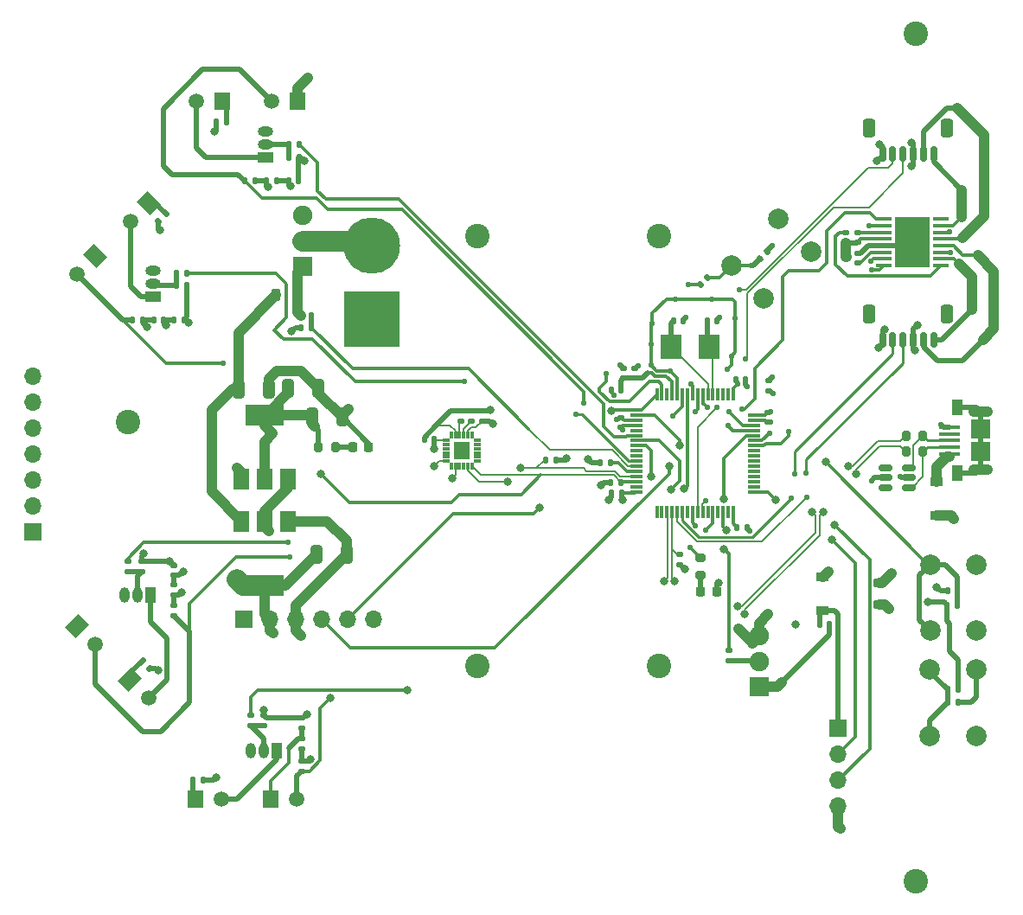
<source format=gtl>
G04 #@! TF.GenerationSoftware,KiCad,Pcbnew,7.0.1*
G04 #@! TF.CreationDate,2023-06-08T13:00:15-05:00*
G04 #@! TF.ProjectId,Micromouse-kicad,4d696372-6f6d-46f7-9573-652d6b696361,rev?*
G04 #@! TF.SameCoordinates,Original*
G04 #@! TF.FileFunction,Copper,L1,Top*
G04 #@! TF.FilePolarity,Positive*
%FSLAX46Y46*%
G04 Gerber Fmt 4.6, Leading zero omitted, Abs format (unit mm)*
G04 Created by KiCad (PCBNEW 7.0.1) date 2023-06-08 13:00:15*
%MOMM*%
%LPD*%
G01*
G04 APERTURE LIST*
G04 Aperture macros list*
%AMRoundRect*
0 Rectangle with rounded corners*
0 $1 Rounding radius*
0 $2 $3 $4 $5 $6 $7 $8 $9 X,Y pos of 4 corners*
0 Add a 4 corners polygon primitive as box body*
4,1,4,$2,$3,$4,$5,$6,$7,$8,$9,$2,$3,0*
0 Add four circle primitives for the rounded corners*
1,1,$1+$1,$2,$3*
1,1,$1+$1,$4,$5*
1,1,$1+$1,$6,$7*
1,1,$1+$1,$8,$9*
0 Add four rect primitives between the rounded corners*
20,1,$1+$1,$2,$3,$4,$5,0*
20,1,$1+$1,$4,$5,$6,$7,0*
20,1,$1+$1,$6,$7,$8,$9,0*
20,1,$1+$1,$8,$9,$2,$3,0*%
%AMRotRect*
0 Rectangle, with rotation*
0 The origin of the aperture is its center*
0 $1 length*
0 $2 width*
0 $3 Rotation angle, in degrees counterclockwise*
0 Add horizontal line*
21,1,$1,$2,0,0,$3*%
G04 Aperture macros list end*
G04 #@! TA.AperFunction,ComponentPad*
%ADD10C,2.400000*%
G04 #@! TD*
G04 #@! TA.AperFunction,SMDPad,CuDef*
%ADD11RoundRect,0.150000X-0.150000X-0.625000X0.150000X-0.625000X0.150000X0.625000X-0.150000X0.625000X0*%
G04 #@! TD*
G04 #@! TA.AperFunction,SMDPad,CuDef*
%ADD12RoundRect,0.250000X-0.350000X-0.650000X0.350000X-0.650000X0.350000X0.650000X-0.350000X0.650000X0*%
G04 #@! TD*
G04 #@! TA.AperFunction,SMDPad,CuDef*
%ADD13RoundRect,0.135000X0.035355X-0.226274X0.226274X-0.035355X-0.035355X0.226274X-0.226274X0.035355X0*%
G04 #@! TD*
G04 #@! TA.AperFunction,ComponentPad*
%ADD14C,2.000000*%
G04 #@! TD*
G04 #@! TA.AperFunction,SMDPad,CuDef*
%ADD15RoundRect,0.135000X0.135000X0.185000X-0.135000X0.185000X-0.135000X-0.185000X0.135000X-0.185000X0*%
G04 #@! TD*
G04 #@! TA.AperFunction,SMDPad,CuDef*
%ADD16RoundRect,0.140000X0.140000X0.170000X-0.140000X0.170000X-0.140000X-0.170000X0.140000X-0.170000X0*%
G04 #@! TD*
G04 #@! TA.AperFunction,SMDPad,CuDef*
%ADD17RoundRect,0.140000X-0.140000X-0.170000X0.140000X-0.170000X0.140000X0.170000X-0.140000X0.170000X0*%
G04 #@! TD*
G04 #@! TA.AperFunction,SMDPad,CuDef*
%ADD18R,1.500000X2.000000*%
G04 #@! TD*
G04 #@! TA.AperFunction,SMDPad,CuDef*
%ADD19R,3.800000X2.000000*%
G04 #@! TD*
G04 #@! TA.AperFunction,ComponentPad*
%ADD20R,1.000000X1.500000*%
G04 #@! TD*
G04 #@! TA.AperFunction,ComponentPad*
%ADD21O,1.000000X1.500000*%
G04 #@! TD*
G04 #@! TA.AperFunction,SMDPad,CuDef*
%ADD22RoundRect,0.135000X0.185000X-0.135000X0.185000X0.135000X-0.185000X0.135000X-0.185000X-0.135000X0*%
G04 #@! TD*
G04 #@! TA.AperFunction,SMDPad,CuDef*
%ADD23RoundRect,0.140000X0.170000X-0.140000X0.170000X0.140000X-0.170000X0.140000X-0.170000X-0.140000X0*%
G04 #@! TD*
G04 #@! TA.AperFunction,SMDPad,CuDef*
%ADD24RoundRect,0.135000X-0.135000X-0.185000X0.135000X-0.185000X0.135000X0.185000X-0.135000X0.185000X0*%
G04 #@! TD*
G04 #@! TA.AperFunction,SMDPad,CuDef*
%ADD25RoundRect,0.218750X0.218750X0.256250X-0.218750X0.256250X-0.218750X-0.256250X0.218750X-0.256250X0*%
G04 #@! TD*
G04 #@! TA.AperFunction,SMDPad,CuDef*
%ADD26R,1.540000X1.700000*%
G04 #@! TD*
G04 #@! TA.AperFunction,SMDPad,CuDef*
%ADD27RoundRect,0.006600X-0.103400X0.313400X-0.103400X-0.313400X0.103400X-0.313400X0.103400X0.313400X0*%
G04 #@! TD*
G04 #@! TA.AperFunction,SMDPad,CuDef*
%ADD28RoundRect,0.006600X0.313400X0.103400X-0.313400X0.103400X-0.313400X-0.103400X0.313400X-0.103400X0*%
G04 #@! TD*
G04 #@! TA.AperFunction,SMDPad,CuDef*
%ADD29R,1.000000X1.500000*%
G04 #@! TD*
G04 #@! TA.AperFunction,ComponentPad*
%ADD30O,2.400000X1.100000*%
G04 #@! TD*
G04 #@! TA.AperFunction,SMDPad,CuDef*
%ADD31R,1.900000X1.900000*%
G04 #@! TD*
G04 #@! TA.AperFunction,SMDPad,CuDef*
%ADD32R,2.100000X0.400000*%
G04 #@! TD*
G04 #@! TA.AperFunction,SMDPad,CuDef*
%ADD33RoundRect,0.200000X0.200000X0.275000X-0.200000X0.275000X-0.200000X-0.275000X0.200000X-0.275000X0*%
G04 #@! TD*
G04 #@! TA.AperFunction,SMDPad,CuDef*
%ADD34R,1.600000X0.300000*%
G04 #@! TD*
G04 #@! TA.AperFunction,ComponentPad*
%ADD35C,0.380000*%
G04 #@! TD*
G04 #@! TA.AperFunction,SMDPad,CuDef*
%ADD36R,2.460000X2.310000*%
G04 #@! TD*
G04 #@! TA.AperFunction,SMDPad,CuDef*
%ADD37R,3.400000X5.000000*%
G04 #@! TD*
G04 #@! TA.AperFunction,SMDPad,CuDef*
%ADD38RoundRect,0.147500X-0.147500X-0.172500X0.147500X-0.172500X0.147500X0.172500X-0.147500X0.172500X0*%
G04 #@! TD*
G04 #@! TA.AperFunction,SMDPad,CuDef*
%ADD39RoundRect,0.135000X-0.185000X0.135000X-0.185000X-0.135000X0.185000X-0.135000X0.185000X0.135000X0*%
G04 #@! TD*
G04 #@! TA.AperFunction,ComponentPad*
%ADD40R,1.500000X1.000000*%
G04 #@! TD*
G04 #@! TA.AperFunction,ComponentPad*
%ADD41O,1.500000X1.000000*%
G04 #@! TD*
G04 #@! TA.AperFunction,SMDPad,CuDef*
%ADD42RoundRect,0.135000X-0.226274X-0.035355X-0.035355X-0.226274X0.226274X0.035355X0.035355X0.226274X0*%
G04 #@! TD*
G04 #@! TA.AperFunction,ComponentPad*
%ADD43R,1.500000X1.800000*%
G04 #@! TD*
G04 #@! TA.AperFunction,ComponentPad*
%ADD44C,1.500000*%
G04 #@! TD*
G04 #@! TA.AperFunction,ComponentPad*
%ADD45R,5.516000X5.516000*%
G04 #@! TD*
G04 #@! TA.AperFunction,ComponentPad*
%ADD46C,5.516000*%
G04 #@! TD*
G04 #@! TA.AperFunction,SMDPad,CuDef*
%ADD47RoundRect,0.250000X-0.325000X-0.650000X0.325000X-0.650000X0.325000X0.650000X-0.325000X0.650000X0*%
G04 #@! TD*
G04 #@! TA.AperFunction,ComponentPad*
%ADD48R,1.900000X1.900000*%
G04 #@! TD*
G04 #@! TA.AperFunction,ComponentPad*
%ADD49C,1.900000*%
G04 #@! TD*
G04 #@! TA.AperFunction,SMDPad,CuDef*
%ADD50RoundRect,0.218750X0.218750X0.381250X-0.218750X0.381250X-0.218750X-0.381250X0.218750X-0.381250X0*%
G04 #@! TD*
G04 #@! TA.AperFunction,SMDPad,CuDef*
%ADD51R,2.000000X2.400000*%
G04 #@! TD*
G04 #@! TA.AperFunction,SMDPad,CuDef*
%ADD52RoundRect,0.140000X0.021213X-0.219203X0.219203X-0.021213X-0.021213X0.219203X-0.219203X0.021213X0*%
G04 #@! TD*
G04 #@! TA.AperFunction,ComponentPad*
%ADD53R,1.700000X1.700000*%
G04 #@! TD*
G04 #@! TA.AperFunction,ComponentPad*
%ADD54O,1.700000X1.700000*%
G04 #@! TD*
G04 #@! TA.AperFunction,SMDPad,CuDef*
%ADD55RoundRect,0.218750X0.381250X-0.218750X0.381250X0.218750X-0.381250X0.218750X-0.381250X-0.218750X0*%
G04 #@! TD*
G04 #@! TA.AperFunction,SMDPad,CuDef*
%ADD56RoundRect,0.140000X-0.170000X0.140000X-0.170000X-0.140000X0.170000X-0.140000X0.170000X0.140000X0*%
G04 #@! TD*
G04 #@! TA.AperFunction,ComponentPad*
%ADD57RotRect,1.500000X1.800000X225.000000*%
G04 #@! TD*
G04 #@! TA.AperFunction,SMDPad,CuDef*
%ADD58RoundRect,0.150000X0.512500X0.150000X-0.512500X0.150000X-0.512500X-0.150000X0.512500X-0.150000X0*%
G04 #@! TD*
G04 #@! TA.AperFunction,SMDPad,CuDef*
%ADD59RoundRect,0.200000X-0.275000X0.200000X-0.275000X-0.200000X0.275000X-0.200000X0.275000X0.200000X0*%
G04 #@! TD*
G04 #@! TA.AperFunction,SMDPad,CuDef*
%ADD60R,1.200000X0.900000*%
G04 #@! TD*
G04 #@! TA.AperFunction,SMDPad,CuDef*
%ADD61R,1.200000X0.300000*%
G04 #@! TD*
G04 #@! TA.AperFunction,SMDPad,CuDef*
%ADD62R,0.300000X1.200000*%
G04 #@! TD*
G04 #@! TA.AperFunction,SMDPad,CuDef*
%ADD63RoundRect,0.200000X-0.200000X-0.275000X0.200000X-0.275000X0.200000X0.275000X-0.200000X0.275000X0*%
G04 #@! TD*
G04 #@! TA.AperFunction,ComponentPad*
%ADD64RotRect,1.500000X1.800000X315.000000*%
G04 #@! TD*
G04 #@! TA.AperFunction,SMDPad,CuDef*
%ADD65RoundRect,0.135000X-0.035355X0.226274X-0.226274X0.035355X0.035355X-0.226274X0.226274X-0.035355X0*%
G04 #@! TD*
G04 #@! TA.AperFunction,ViaPad*
%ADD66C,0.800000*%
G04 #@! TD*
G04 #@! TA.AperFunction,ViaPad*
%ADD67C,0.550000*%
G04 #@! TD*
G04 #@! TA.AperFunction,Conductor*
%ADD68C,0.300000*%
G04 #@! TD*
G04 #@! TA.AperFunction,Conductor*
%ADD69C,0.500000*%
G04 #@! TD*
G04 #@! TA.AperFunction,Conductor*
%ADD70C,0.261112*%
G04 #@! TD*
G04 #@! TA.AperFunction,Conductor*
%ADD71C,0.150000*%
G04 #@! TD*
G04 #@! TA.AperFunction,Conductor*
%ADD72C,0.200000*%
G04 #@! TD*
G04 #@! TA.AperFunction,Conductor*
%ADD73C,2.000000*%
G04 #@! TD*
G04 #@! TA.AperFunction,Conductor*
%ADD74C,1.000000*%
G04 #@! TD*
G04 #@! TA.AperFunction,Conductor*
%ADD75C,0.250000*%
G04 #@! TD*
G04 APERTURE END LIST*
D10*
X109575600Y-99822000D03*
X186690000Y-61772800D03*
X186690000Y-144729200D03*
D11*
X183453400Y-73537200D03*
X184453400Y-73537200D03*
X185453400Y-73537200D03*
X186453400Y-73537200D03*
X187453400Y-73537200D03*
X188453400Y-73537200D03*
D12*
X189753400Y-71012200D03*
X182153400Y-71012200D03*
D11*
X183453400Y-91774400D03*
X184453400Y-91774400D03*
X185453400Y-91774400D03*
X186453400Y-91774400D03*
X187453400Y-91774400D03*
X188453400Y-91774400D03*
D12*
X189753400Y-89249400D03*
X182153400Y-89249400D03*
D13*
X165589376Y-86360624D03*
X166310624Y-85639376D03*
D14*
X188148400Y-120242400D03*
X188148400Y-113742400D03*
X192648400Y-120242400D03*
X192648400Y-113742400D03*
D15*
X121986000Y-76156000D03*
X120966000Y-76156000D03*
D16*
X190776800Y-116332000D03*
X189816800Y-116332000D03*
X124115000Y-76156000D03*
X123155000Y-76156000D03*
D17*
X177320000Y-119634000D03*
X178280000Y-119634000D03*
D18*
X120636000Y-105385000D03*
X122936000Y-105385000D03*
D19*
X122936000Y-99085000D03*
D18*
X125236000Y-105385000D03*
D20*
X111770236Y-116733164D03*
D21*
X110500236Y-116733164D03*
X109230236Y-116733164D03*
D22*
X163601400Y-113743200D03*
X163601400Y-112723200D03*
D23*
X159207200Y-95526800D03*
X159207200Y-94566800D03*
D24*
X150493000Y-103505000D03*
X151513000Y-103505000D03*
D17*
X138585000Y-101473000D03*
X139545000Y-101473000D03*
X169093000Y-95631000D03*
X170053000Y-95631000D03*
D15*
X115362000Y-86393000D03*
X114342000Y-86393000D03*
D25*
X133121500Y-102235000D03*
X131546500Y-102235000D03*
D26*
X142240000Y-102616000D03*
D27*
X143240000Y-104161000D03*
X142840000Y-104161000D03*
X142440000Y-104161000D03*
X142040000Y-104161000D03*
X141640000Y-104161000D03*
X141240000Y-104161000D03*
D28*
X140695000Y-103616000D03*
X140695000Y-103216000D03*
X140695000Y-102816000D03*
X140695000Y-102416000D03*
X140695000Y-102016000D03*
X140695000Y-101616000D03*
D27*
X141240000Y-101071000D03*
X141640000Y-101071000D03*
X142040000Y-101071000D03*
X142440000Y-101071000D03*
X142840000Y-101071000D03*
X143240000Y-101071000D03*
D28*
X143785000Y-101616000D03*
X143785000Y-102016000D03*
X143785000Y-102416000D03*
X143785000Y-102816000D03*
X143785000Y-103216000D03*
X143785000Y-103616000D03*
D29*
X190791000Y-98400000D03*
D30*
X193041000Y-98775000D03*
D31*
X193041000Y-100500000D03*
X193041000Y-102700000D03*
D30*
X193041000Y-104425000D03*
D29*
X190791000Y-104800000D03*
D32*
X189991000Y-100300000D03*
X189991000Y-100950000D03*
X189991000Y-101600000D03*
X189991000Y-102250000D03*
X189991000Y-102900000D03*
D23*
X181000400Y-84249200D03*
X181000400Y-83289200D03*
D33*
X187413400Y-102717600D03*
X185763400Y-102717600D03*
D34*
X189140400Y-84489600D03*
X189140400Y-83839600D03*
X189140400Y-83189600D03*
X189140400Y-82539600D03*
X189140400Y-81889600D03*
X189140400Y-81239600D03*
X189140400Y-80589600D03*
X189140400Y-79939600D03*
X183540400Y-79939600D03*
X183540400Y-80589600D03*
X183540400Y-81239600D03*
X183540400Y-81889600D03*
X183540400Y-82539600D03*
X183540400Y-83189600D03*
X183540400Y-83839600D03*
X183540400Y-84489600D03*
D35*
X185590400Y-83714600D03*
X187090400Y-83714600D03*
X185590400Y-82214600D03*
D36*
X186340400Y-82214600D03*
D37*
X186340400Y-82214600D03*
D35*
X187090400Y-82214600D03*
X185590400Y-80714600D03*
X187090400Y-80714600D03*
D38*
X156868000Y-96647000D03*
X157838000Y-96647000D03*
D23*
X158115000Y-95504000D03*
X158115000Y-94544000D03*
D39*
X109585836Y-113429164D03*
X109585836Y-114449164D03*
D40*
X123000000Y-73870000D03*
D41*
X123000000Y-72600000D03*
X123000000Y-71330000D03*
D23*
X172339000Y-96718000D03*
X172339000Y-95758000D03*
D42*
X110989376Y-123189376D03*
X111710624Y-123910624D03*
D43*
X116210900Y-136754900D03*
D44*
X118750900Y-136754900D03*
D43*
X123576900Y-136754900D03*
D44*
X126116900Y-136754900D03*
D23*
X126549500Y-129760000D03*
X126549500Y-128800000D03*
D40*
X112052000Y-87536000D03*
D41*
X112052000Y-86266000D03*
X112052000Y-84996000D03*
D45*
X133477000Y-89749500D03*
D46*
X133477000Y-82549500D03*
D17*
X125314000Y-76156000D03*
X126274000Y-76156000D03*
D47*
X127606000Y-99314000D03*
X130556000Y-99314000D03*
D48*
X171348400Y-125722400D03*
D49*
X171348400Y-123222400D03*
X171348400Y-120722400D03*
D22*
X143205200Y-99722400D03*
X143205200Y-98702400D03*
D15*
X156821600Y-103784400D03*
X155801600Y-103784400D03*
X126304000Y-73870000D03*
X125284000Y-73870000D03*
D39*
X114056236Y-117739164D03*
X114056236Y-118759164D03*
D50*
X126162500Y-87400000D03*
X124037500Y-87400000D03*
D33*
X187413400Y-101142800D03*
X185763400Y-101142800D03*
D16*
X113050000Y-89822000D03*
X112090000Y-89822000D03*
D51*
X166442000Y-92456000D03*
X162742000Y-92456000D03*
D10*
X143774000Y-123661000D03*
X161534000Y-123661000D03*
D39*
X122866500Y-128516000D03*
X122866500Y-129536000D03*
D52*
X171460589Y-83789411D03*
X172139411Y-83110589D03*
D53*
X120929000Y-119101000D03*
D54*
X123469000Y-119101000D03*
X126009000Y-119101000D03*
X128549000Y-119101000D03*
X131089000Y-119101000D03*
X133629000Y-119101000D03*
D15*
X190857600Y-125984000D03*
X189837600Y-125984000D03*
D55*
X183134000Y-117648500D03*
X183134000Y-115523500D03*
D23*
X114056236Y-114784164D03*
X114056236Y-113824164D03*
D17*
X189867600Y-127203200D03*
X190827600Y-127203200D03*
D25*
X167208300Y-116433600D03*
X165633300Y-116433600D03*
D15*
X115360000Y-85250000D03*
X114340000Y-85250000D03*
D47*
X125271000Y-96520000D03*
X128221000Y-96520000D03*
D56*
X126549500Y-130832000D03*
X126549500Y-131792000D03*
D18*
X125236000Y-109499000D03*
X122936000Y-109499000D03*
D19*
X122936000Y-115799000D03*
D18*
X120636000Y-109499000D03*
D57*
X111599199Y-78345975D03*
D44*
X109803148Y-80142026D03*
D57*
X106390651Y-83554523D03*
D44*
X104594600Y-85350575D03*
D54*
X100279200Y-95326200D03*
X100279200Y-97866200D03*
X100279200Y-100406200D03*
X100279200Y-102946200D03*
X100279200Y-105486200D03*
X100279200Y-108026200D03*
D53*
X100279200Y-110566200D03*
D14*
X188097600Y-130504000D03*
X188097600Y-124004000D03*
X192597600Y-130504000D03*
X192597600Y-124004000D03*
D17*
X114094000Y-89822000D03*
X115054000Y-89822000D03*
X169220000Y-110109000D03*
X170180000Y-110109000D03*
D24*
X189786800Y-117754400D03*
X190806800Y-117754400D03*
D58*
X186049500Y-106207600D03*
X186049500Y-105257600D03*
X186049500Y-104307600D03*
X183774500Y-104307600D03*
X183774500Y-105257600D03*
X183774500Y-106207600D03*
D59*
X165633400Y-113119400D03*
X165633400Y-114769400D03*
D15*
X157837600Y-105714800D03*
X156817600Y-105714800D03*
D23*
X142138400Y-99692400D03*
X142138400Y-98732400D03*
X181000400Y-82217200D03*
X181000400Y-81257200D03*
D16*
X157886400Y-106781600D03*
X156926400Y-106781600D03*
D15*
X111046000Y-89822000D03*
X110026000Y-89822000D03*
D39*
X168402000Y-122121200D03*
X168402000Y-123141200D03*
D60*
X188722000Y-108965000D03*
X188722000Y-105665000D03*
D15*
X126304000Y-72600000D03*
X125284000Y-72600000D03*
D56*
X114056236Y-115739164D03*
X114056236Y-116699164D03*
D15*
X127508000Y-89408000D03*
X126488000Y-89408000D03*
D24*
X126490000Y-90551000D03*
X127510000Y-90551000D03*
D48*
X126695200Y-84574400D03*
D49*
X126695200Y-82074400D03*
X126695200Y-79574400D03*
D61*
X170850000Y-99120000D03*
X170850000Y-99620000D03*
X170850000Y-100120000D03*
X170850000Y-100620000D03*
X170850000Y-101120000D03*
X170850000Y-101620000D03*
X170850000Y-102120000D03*
X170850000Y-102620000D03*
X170850000Y-103120000D03*
X170850000Y-103620000D03*
X170850000Y-104120000D03*
X170850000Y-104620000D03*
X170850000Y-105120000D03*
X170850000Y-105620000D03*
X170850000Y-106120000D03*
X170850000Y-106620000D03*
D62*
X168850000Y-108620000D03*
X168350000Y-108620000D03*
X167850000Y-108620000D03*
X167350000Y-108620000D03*
X166850000Y-108620000D03*
X166350000Y-108620000D03*
X165850000Y-108620000D03*
X165350000Y-108620000D03*
X164850000Y-108620000D03*
X164350000Y-108620000D03*
X163850000Y-108620000D03*
X163350000Y-108620000D03*
X162850000Y-108620000D03*
X162350000Y-108620000D03*
X161850000Y-108620000D03*
X161350000Y-108620000D03*
D61*
X159350000Y-106620000D03*
X159350000Y-106120000D03*
X159350000Y-105620000D03*
X159350000Y-105120000D03*
X159350000Y-104620000D03*
X159350000Y-104120000D03*
X159350000Y-103620000D03*
X159350000Y-103120000D03*
X159350000Y-102620000D03*
X159350000Y-102120000D03*
X159350000Y-101620000D03*
X159350000Y-101120000D03*
X159350000Y-100620000D03*
X159350000Y-100120000D03*
X159350000Y-99620000D03*
X159350000Y-99120000D03*
D62*
X161350000Y-97120000D03*
X161850000Y-97120000D03*
X162350000Y-97120000D03*
X162850000Y-97120000D03*
X163350000Y-97120000D03*
X163850000Y-97120000D03*
X164350000Y-97120000D03*
X164850000Y-97120000D03*
X165350000Y-97120000D03*
X165850000Y-97120000D03*
X166350000Y-97120000D03*
X166850000Y-97120000D03*
X167350000Y-97120000D03*
X167850000Y-97120000D03*
X168350000Y-97120000D03*
X168850000Y-97120000D03*
D17*
X166271000Y-89916000D03*
X167231000Y-89916000D03*
D14*
X168650000Y-84500000D03*
X173246194Y-79903806D03*
X171831981Y-87681981D03*
X176428175Y-83085786D03*
D47*
X120392400Y-96570800D03*
X123342400Y-96570800D03*
D39*
X110906636Y-113429164D03*
X110906636Y-114449164D03*
D63*
X128207000Y-102235000D03*
X129857000Y-102235000D03*
D43*
X118779500Y-68387500D03*
D44*
X116239500Y-68387500D03*
D43*
X126145500Y-68387500D03*
D44*
X123605500Y-68387500D03*
D10*
X143774000Y-81571000D03*
X161534000Y-81571000D03*
D15*
X119210000Y-70450000D03*
X118190000Y-70450000D03*
D22*
X179882800Y-82247200D03*
X179882800Y-81227200D03*
D24*
X115890000Y-134850000D03*
X116910000Y-134850000D03*
D17*
X162969000Y-89916000D03*
X163929000Y-89916000D03*
D47*
X128016000Y-112776000D03*
X130966000Y-112776000D03*
D39*
X121596500Y-128514000D03*
X121596500Y-129534000D03*
D56*
X144272000Y-98732400D03*
X144272000Y-99692400D03*
D64*
X109781577Y-125003349D03*
D44*
X111577629Y-126799400D03*
D64*
X104573029Y-119794801D03*
D44*
X106369080Y-121590852D03*
D56*
X172212000Y-98862000D03*
X172212000Y-99822000D03*
D39*
X126549500Y-132961000D03*
X126549500Y-133981000D03*
D65*
X113260624Y-79439376D03*
X112539376Y-80160624D03*
D23*
X157861000Y-100302000D03*
X157861000Y-99342000D03*
D20*
X124136500Y-131953000D03*
D21*
X122866500Y-131953000D03*
X121596500Y-131953000D03*
D53*
X179120800Y-129794000D03*
D54*
X179120800Y-132334000D03*
X179120800Y-134874000D03*
X179120800Y-137414000D03*
D60*
X177546000Y-114936000D03*
X177546000Y-118236000D03*
D66*
X167436800Y-115519200D03*
D67*
X164592000Y-112090200D03*
D66*
X164058600Y-114173000D03*
X183083200Y-92481400D03*
X183694788Y-90711973D03*
X186639200Y-92760800D03*
X186842400Y-90297000D03*
X182880000Y-74269600D03*
X183184800Y-72618600D03*
X186283600Y-72415400D03*
X186283600Y-74752200D03*
D67*
X169418000Y-86868000D03*
X174853600Y-104902000D03*
X170027600Y-93624400D03*
X174548800Y-107238800D03*
X175990067Y-104819267D03*
X166166800Y-107492800D03*
X167233600Y-98399600D03*
X176022000Y-107137200D03*
D66*
X162075000Y-115366800D03*
X163125000Y-115366800D03*
X169974694Y-118617793D03*
X169232230Y-117875329D03*
X177613800Y-108605900D03*
X176563800Y-108605900D03*
X180863140Y-104892724D03*
X180120676Y-104150260D03*
X162560000Y-104140000D03*
X163576000Y-102108000D03*
X156899500Y-98685433D03*
X149860000Y-108204000D03*
X160794500Y-105156000D03*
D67*
X153411000Y-99055000D03*
X169350000Y-120000000D03*
D66*
X112500000Y-124100000D03*
D67*
X127863600Y-100228400D03*
X169164000Y-110236000D03*
X172466000Y-98806000D03*
X157988000Y-100584000D03*
D66*
X187909200Y-117449600D03*
D67*
X172720000Y-97028000D03*
D66*
X139547600Y-102412800D03*
X152527000Y-103378000D03*
X115034136Y-114428464D03*
X127150000Y-66100000D03*
X172262800Y-118618000D03*
X118000000Y-71350000D03*
X112700000Y-81050000D03*
D67*
X169265600Y-96113600D03*
X164450000Y-86300000D03*
D66*
X174904400Y-119583200D03*
X113328000Y-90330000D03*
X118200000Y-134600000D03*
D67*
X123748800Y-100939600D03*
D66*
X145288000Y-99974400D03*
X155854400Y-106019600D03*
X157988000Y-107442000D03*
D67*
X157180452Y-97175500D03*
D66*
X125491269Y-76691729D03*
D67*
X160782000Y-94234000D03*
X167513000Y-89535000D03*
X157400000Y-99550000D03*
D66*
X154635200Y-103428800D03*
X123254000Y-76791000D03*
X111423000Y-90457000D03*
D67*
X190042800Y-81214100D03*
D66*
X139547600Y-104089200D03*
D67*
X172466000Y-99822000D03*
D66*
X115487000Y-90076000D03*
D67*
X185166000Y-105105200D03*
X170434000Y-110490000D03*
D66*
X126810000Y-74251000D03*
D67*
X189128400Y-100025200D03*
X160909000Y-90170000D03*
D66*
X179324000Y-139598400D03*
D67*
X164211000Y-89535000D03*
X190050712Y-83215100D03*
X172650000Y-82500000D03*
X129057000Y-109499000D03*
X157784800Y-94234000D03*
X120243600Y-104292400D03*
D66*
X145084800Y-98602800D03*
X141350000Y-105300000D03*
X188772800Y-115976400D03*
X111135236Y-112663164D03*
X156667200Y-107391200D03*
D67*
X159512000Y-94284800D03*
X162661600Y-94792800D03*
D66*
X173583600Y-125323600D03*
X114830936Y-116460464D03*
D67*
X131165600Y-98501200D03*
D66*
X127057500Y-128391000D03*
X125577600Y-90932000D03*
D67*
X166751000Y-87757000D03*
X168656000Y-93345000D03*
X160782000Y-92202000D03*
X172669200Y-95402400D03*
D66*
X127438500Y-132836000D03*
D67*
X126492000Y-120700800D03*
D66*
X122866500Y-128010000D03*
D67*
X168275000Y-94615000D03*
X169037000Y-89662000D03*
X163195000Y-87757000D03*
X186340400Y-82214600D03*
X170180000Y-96316800D03*
D66*
X113675236Y-113425164D03*
D67*
X156400000Y-95050000D03*
X166166800Y-110388400D03*
X179933600Y-83667600D03*
X126140700Y-89060700D03*
X179882800Y-82956400D03*
X120243600Y-115214400D03*
X184099200Y-118059200D03*
X123799600Y-120497600D03*
D66*
X123400000Y-110450000D03*
X177895944Y-103727944D03*
D67*
X166300000Y-98350000D03*
X178155600Y-114452400D03*
X184353200Y-114604800D03*
X182372000Y-105562400D03*
X190449200Y-109270800D03*
D66*
X168148000Y-110365500D03*
X178511200Y-111302800D03*
X173024800Y-107442000D03*
X178765200Y-109880400D03*
X146761200Y-105678100D03*
X148031200Y-104329100D03*
X128422400Y-104876600D03*
D67*
X165155840Y-109944160D03*
X125250000Y-111600000D03*
D66*
X136939023Y-126010977D03*
X162750000Y-106400000D03*
D67*
X125400000Y-113000000D03*
X165100000Y-98750000D03*
D66*
X129350000Y-126850000D03*
X164050000Y-106350000D03*
D67*
X142500000Y-95850000D03*
X118850000Y-94050000D03*
X164725634Y-96102578D03*
X162950000Y-99200000D03*
X154200000Y-97900000D03*
D66*
X167944800Y-112217200D03*
X167894000Y-107340400D03*
D67*
X174244000Y-100736400D03*
X182372000Y-84871900D03*
X172364400Y-100888800D03*
X182330989Y-84083789D03*
X168351200Y-100177600D03*
X169672000Y-98501200D03*
X168452800Y-98806000D03*
X182168800Y-80568800D03*
D68*
X142020000Y-106900000D02*
X148100000Y-106900000D01*
X141224000Y-107696000D02*
X142020000Y-106900000D01*
X131241800Y-107696000D02*
X141224000Y-107696000D01*
X128422400Y-104876600D02*
X131241800Y-107696000D01*
X148100000Y-106900000D02*
X149996400Y-105003600D01*
D69*
X167208300Y-115747700D02*
X167436800Y-115519200D01*
X167208300Y-116433600D02*
X167208300Y-115747700D01*
X165633300Y-116433600D02*
X165633300Y-114769500D01*
D70*
X164604200Y-112090200D02*
X165633400Y-113119400D01*
X164592000Y-112090200D02*
X164604200Y-112090200D01*
D69*
X163628800Y-113743200D02*
X164058600Y-114173000D01*
D71*
X162825001Y-112228201D02*
X162825001Y-111480600D01*
X163601400Y-112723200D02*
X163320000Y-112723200D01*
X163320000Y-112723200D02*
X162825001Y-112228201D01*
D72*
X162825001Y-108644999D02*
X162825001Y-111480600D01*
X162825001Y-111480600D02*
X162825001Y-115066801D01*
X162825001Y-115066801D02*
X163125000Y-115366800D01*
D73*
X126695200Y-82074400D02*
X133001900Y-82074400D01*
D69*
X183453400Y-92111200D02*
X183083200Y-92481400D01*
X183453400Y-90953361D02*
X183694788Y-90711973D01*
X183453400Y-91774400D02*
X183453400Y-90953361D01*
X186453400Y-92575000D02*
X186639200Y-92760800D01*
X186453400Y-91774400D02*
X186453400Y-92575000D01*
X186453400Y-90686000D02*
X186842400Y-90297000D01*
X186453400Y-91774400D02*
X186453400Y-90686000D01*
X191236600Y-93802200D02*
X193294000Y-91744800D01*
X187453400Y-92397928D02*
X188857672Y-93802200D01*
X188857672Y-93802200D02*
X191236600Y-93802200D01*
X187453400Y-91774400D02*
X187453400Y-92397928D01*
X189218349Y-91774400D02*
X192178000Y-88814749D01*
X188453400Y-91774400D02*
X189218349Y-91774400D01*
X192178000Y-88814749D02*
X192178000Y-88781400D01*
D70*
X184453400Y-93117800D02*
X184453400Y-91774400D01*
X174853600Y-102717600D02*
X184453400Y-93117800D01*
X174853600Y-104902000D02*
X174853600Y-102717600D01*
X175990067Y-103486133D02*
X175990067Y-104819267D01*
X185453400Y-94022800D02*
X175990067Y-103486133D01*
X185453400Y-91774400D02*
X185453400Y-94022800D01*
D74*
X194360800Y-90678000D02*
X194360800Y-85039200D01*
X194360800Y-85039200D02*
X192786000Y-83464400D01*
X193294000Y-91744800D02*
X194360800Y-90678000D01*
D71*
X184453400Y-74448800D02*
X184453400Y-73537200D01*
X170087026Y-86868000D02*
X182010426Y-74944600D01*
X169418000Y-86868000D02*
X170087026Y-86868000D01*
X182010426Y-74944600D02*
X183957600Y-74944600D01*
X183957600Y-74944600D02*
X184453400Y-74448800D01*
X185453400Y-75455400D02*
X185453400Y-73537200D01*
X182118000Y-78790800D02*
X185453400Y-75455400D01*
X178659200Y-78790800D02*
X182118000Y-78790800D01*
X170230800Y-93421200D02*
X170230800Y-87219200D01*
X170230800Y-87219200D02*
X178659200Y-78790800D01*
X170027600Y-93624400D02*
X170230800Y-93421200D01*
D69*
X183453400Y-73696200D02*
X182880000Y-74269600D01*
X183453400Y-72887200D02*
X183184800Y-72618600D01*
X183453400Y-73537200D02*
X183453400Y-72887200D01*
X186453400Y-72585200D02*
X186283600Y-72415400D01*
X186453400Y-73537200D02*
X186453400Y-72585200D01*
X186453400Y-74582400D02*
X186283600Y-74752200D01*
X186453400Y-73537200D02*
X186453400Y-74582400D01*
X189713051Y-69062600D02*
X190804800Y-69062600D01*
X187453400Y-73537200D02*
X187453400Y-71322251D01*
X187453400Y-71322251D02*
X189713051Y-69062600D01*
X188453400Y-74356600D02*
X191211200Y-77114400D01*
X188453400Y-73537200D02*
X188453400Y-74356600D01*
D74*
X193395600Y-71653400D02*
X190804800Y-69062600D01*
X193395600Y-79654400D02*
X193395600Y-71653400D01*
X191262000Y-81788000D02*
X193395600Y-79654400D01*
X191211200Y-79756000D02*
X191211200Y-77114400D01*
D68*
X131368000Y-121920000D02*
X145500000Y-121920000D01*
D74*
X192178000Y-88781400D02*
X192178000Y-85548800D01*
X192178000Y-85548800D02*
X190906400Y-84277200D01*
D68*
X190468800Y-83839600D02*
X190906400Y-84277200D01*
X189140400Y-83839600D02*
X190468800Y-83839600D01*
X190377600Y-80589600D02*
X191211200Y-79756000D01*
X189140400Y-80589600D02*
X190377600Y-80589600D01*
X191160400Y-81889600D02*
X191262000Y-81788000D01*
D70*
X174548800Y-107238800D02*
X170692044Y-111095556D01*
D68*
X191312800Y-83464400D02*
X192786000Y-83464400D01*
D71*
X166166800Y-107492800D02*
X165775000Y-107884600D01*
X167233600Y-98399600D02*
X165350000Y-100283200D01*
X165350000Y-100283200D02*
X165350000Y-108620000D01*
D68*
X189140400Y-81889600D02*
X191160400Y-81889600D01*
D70*
X170692044Y-111095556D02*
X165451556Y-111095556D01*
X165451556Y-111095556D02*
X163850000Y-109494000D01*
D68*
X190388000Y-82539600D02*
X191312800Y-83464400D01*
X189140400Y-82539600D02*
X190388000Y-82539600D01*
D71*
X165775000Y-107884600D02*
X165775000Y-108407200D01*
D70*
X163850000Y-109494000D02*
X163850000Y-108620000D01*
D71*
X176022000Y-107137200D02*
X171658088Y-111501112D01*
X171658088Y-111501112D02*
X165283570Y-111501112D01*
X165283570Y-111501112D02*
X163350000Y-109567542D01*
X163350000Y-109567542D02*
X163350000Y-108620000D01*
D68*
X168402000Y-122121200D02*
X168402000Y-112674400D01*
X168402000Y-112674400D02*
X167944800Y-112217200D01*
D72*
X162374999Y-115066801D02*
X162075000Y-115366800D01*
X162374999Y-108644999D02*
X162374999Y-115066801D01*
X169974694Y-118193528D02*
X169974694Y-118617793D01*
X177313801Y-110854421D02*
X169974694Y-118193528D01*
X176863799Y-110668025D02*
X169656495Y-117875329D01*
X176863799Y-108905899D02*
X176863799Y-110668025D01*
X169656495Y-117875329D02*
X169232230Y-117875329D01*
X176563800Y-108605900D02*
X176863799Y-108905899D01*
X177313801Y-108905899D02*
X177313801Y-110854421D01*
X177613800Y-108605900D02*
X177313801Y-108905899D01*
X180863140Y-104468459D02*
X180863140Y-104892724D01*
X182990002Y-101705199D02*
X180544941Y-104150260D01*
X185763400Y-102717600D02*
X185201001Y-102155201D01*
X185201001Y-102155201D02*
X183176398Y-102155201D01*
X185201001Y-101705199D02*
X182990002Y-101705199D01*
X185763400Y-101142800D02*
X185201001Y-101705199D01*
X180544941Y-104150260D02*
X180120676Y-104150260D01*
X183176398Y-102155201D02*
X180863140Y-104468459D01*
D68*
X177895944Y-103727944D02*
X187910400Y-113742400D01*
X162277716Y-95292800D02*
X162850000Y-95865084D01*
X160840894Y-95000000D02*
X161133694Y-95292800D01*
X160500000Y-95000000D02*
X160840894Y-95000000D01*
X161133694Y-95292800D02*
X162277716Y-95292800D01*
X162850000Y-95865084D02*
X162850000Y-97120000D01*
X163576000Y-102108000D02*
X163576000Y-101600000D01*
X163576000Y-101600000D02*
X161096000Y-99120000D01*
X161096000Y-99120000D02*
X159350000Y-99120000D01*
X145500000Y-121920000D02*
X162560000Y-104860000D01*
X162560000Y-104860000D02*
X162560000Y-104140000D01*
X161564000Y-101620000D02*
X159350000Y-101620000D01*
X163576000Y-103632000D02*
X161564000Y-101620000D01*
X163576000Y-105574000D02*
X163576000Y-103632000D01*
X162750000Y-106400000D02*
X163576000Y-105574000D01*
X128549000Y-119101000D02*
X131368000Y-121920000D01*
X141435200Y-108754800D02*
X131089000Y-119101000D01*
X149309200Y-108754800D02*
X141435200Y-108754800D01*
X149860000Y-108204000D02*
X149309200Y-108754800D01*
X156964933Y-98620000D02*
X156899500Y-98685433D01*
X159850000Y-98620000D02*
X156964933Y-98620000D01*
X161350000Y-97120000D02*
X159850000Y-98620000D01*
X160794500Y-102614500D02*
X160300000Y-102120000D01*
X160794500Y-105156000D02*
X160794500Y-102614500D01*
X160300000Y-102120000D02*
X159350000Y-102120000D01*
X158468000Y-101120000D02*
X159350000Y-101120000D01*
X157159000Y-101209000D02*
X158379000Y-101209000D01*
X156150000Y-100200000D02*
X157159000Y-101209000D01*
X158379000Y-101209000D02*
X158468000Y-101120000D01*
X136100000Y-78000000D02*
X156150000Y-98050000D01*
X128950000Y-78000000D02*
X136100000Y-78000000D01*
X126304000Y-72600000D02*
X128150000Y-74446000D01*
X128150000Y-74446000D02*
X128150000Y-77200000D01*
X128150000Y-77200000D02*
X128950000Y-78000000D01*
X156150000Y-98050000D02*
X156150000Y-100200000D01*
D75*
X158627686Y-103632000D02*
X159338000Y-103632000D01*
X154050686Y-99055000D02*
X158627686Y-103632000D01*
X153411000Y-99055000D02*
X154050686Y-99055000D01*
D69*
X190857600Y-123090400D02*
X190042800Y-122275600D01*
D68*
X172410000Y-98862000D02*
X172466000Y-98806000D01*
D69*
X190042800Y-122275600D02*
X190042800Y-119532400D01*
D68*
X156868000Y-96647000D02*
X156868000Y-96863048D01*
D74*
X126145500Y-67104500D02*
X127150000Y-66100000D01*
D69*
X112539376Y-80889376D02*
X112700000Y-81050000D01*
D74*
X122936000Y-105385000D02*
X122936000Y-101752400D01*
D69*
X151513000Y-103505000D02*
X152400000Y-103505000D01*
D74*
X169350000Y-120067502D02*
X169350000Y-120000000D01*
X127377000Y-99085000D02*
X127606000Y-99314000D01*
D69*
X116910000Y-134850000D02*
X117950000Y-134850000D01*
D68*
X172212000Y-98862000D02*
X172410000Y-98862000D01*
D71*
X143154400Y-100330000D02*
X143634400Y-100330000D01*
D69*
X125314000Y-76514460D02*
X125491269Y-76691729D01*
X152400000Y-103505000D02*
X152527000Y-103378000D01*
X172410000Y-96718000D02*
X172720000Y-97028000D01*
X139545000Y-102410200D02*
X139547600Y-102412800D01*
X118190000Y-70450000D02*
X118190000Y-71160000D01*
D68*
X169265600Y-95803600D02*
X169265600Y-96113600D01*
X159188400Y-106781600D02*
X159350000Y-106620000D01*
X157886400Y-106781600D02*
X159188400Y-106781600D01*
D69*
X157886400Y-106781600D02*
X157886400Y-107340400D01*
X145006000Y-99692400D02*
X145288000Y-99974400D01*
X126549500Y-129760000D02*
X126549500Y-130832000D01*
X113050000Y-90052000D02*
X113328000Y-90330000D01*
D74*
X127606000Y-99314000D02*
X127606000Y-99970800D01*
X127606000Y-99970800D02*
X127863600Y-100228400D01*
X122936000Y-101752400D02*
X123748800Y-100939600D01*
D68*
X171954000Y-99120000D02*
X172212000Y-98862000D01*
X157861000Y-100457000D02*
X157988000Y-100584000D01*
D69*
X156817600Y-105714800D02*
X156159200Y-105714800D01*
X111710624Y-123910624D02*
X112310624Y-123910624D01*
D68*
X123576900Y-134923100D02*
X123576900Y-136754900D01*
X164510624Y-86360624D02*
X164450000Y-86300000D01*
D69*
X172339000Y-96718000D02*
X172410000Y-96718000D01*
D74*
X170700000Y-121417502D02*
X169350000Y-120067502D01*
D69*
X113050000Y-89822000D02*
X114094000Y-89822000D01*
X169220000Y-110180000D02*
X169164000Y-110236000D01*
X128207000Y-102235000D02*
X128207000Y-100571800D01*
X114056236Y-115739164D02*
X114056236Y-114784164D01*
D74*
X126145500Y-68387500D02*
X126145500Y-67104500D01*
X122936000Y-99085000D02*
X127377000Y-99085000D01*
D69*
X125350000Y-131700000D02*
X126218000Y-130832000D01*
X118190000Y-71160000D02*
X118000000Y-71350000D01*
D71*
X142840000Y-101071000D02*
X142840000Y-100644400D01*
D68*
X158043000Y-100120000D02*
X157861000Y-100302000D01*
X157861000Y-100302000D02*
X157861000Y-100457000D01*
D69*
X114056236Y-114784164D02*
X114602236Y-114784164D01*
D68*
X125350000Y-133150000D02*
X123576900Y-134923100D01*
D74*
X122936000Y-100126800D02*
X123748800Y-100939600D01*
D68*
X170850000Y-99120000D02*
X171954000Y-99120000D01*
D74*
X171348400Y-119532400D02*
X172262800Y-118618000D01*
X123146703Y-99085000D02*
X125271000Y-96960703D01*
D68*
X168850000Y-108620000D02*
X168850000Y-109739000D01*
D69*
X169220000Y-110109000D02*
X169220000Y-110180000D01*
D68*
X168850000Y-96529200D02*
X169265600Y-96113600D01*
X168850000Y-97120000D02*
X168850000Y-96529200D01*
D69*
X117950000Y-134850000D02*
X118200000Y-134600000D01*
X112539376Y-80160624D02*
X112539376Y-80889376D01*
X189482000Y-117449600D02*
X189786800Y-117754400D01*
D71*
X143634400Y-100330000D02*
X144272000Y-99692400D01*
D69*
X157886400Y-107340400D02*
X157988000Y-107442000D01*
D68*
X159350000Y-100120000D02*
X158043000Y-100120000D01*
D69*
X144272000Y-99692400D02*
X145006000Y-99692400D01*
D68*
X168850000Y-109739000D02*
X169220000Y-110109000D01*
D69*
X112310624Y-123910624D02*
X112500000Y-124100000D01*
X189786800Y-119276400D02*
X190042800Y-119532400D01*
D74*
X171348400Y-120722400D02*
X171348400Y-119532400D01*
D69*
X114602236Y-114784164D02*
X114945236Y-114441164D01*
X124115000Y-76156000D02*
X125314000Y-76156000D01*
X156159200Y-105714800D02*
X155854400Y-106019600D01*
D71*
X142840000Y-100644400D02*
X143154400Y-100330000D01*
X140695000Y-101616000D02*
X139688000Y-101616000D01*
D69*
X113050000Y-89822000D02*
X113050000Y-90052000D01*
D68*
X165589376Y-86360624D02*
X164510624Y-86360624D01*
D69*
X187909200Y-117449600D02*
X189482000Y-117449600D01*
D74*
X170700000Y-121450000D02*
X170700000Y-121417502D01*
D69*
X189786800Y-117754400D02*
X189786800Y-119276400D01*
D68*
X125350000Y-131700000D02*
X125350000Y-133150000D01*
D69*
X139545000Y-101473000D02*
X139545000Y-102410200D01*
D68*
X156868000Y-96863048D02*
X157180452Y-97175500D01*
D69*
X128207000Y-100571800D02*
X127863600Y-100228400D01*
X190857600Y-125984000D02*
X190857600Y-123090400D01*
D68*
X169093000Y-95631000D02*
X169265600Y-95803600D01*
D74*
X122936000Y-99085000D02*
X122936000Y-100126800D01*
X125271000Y-96960703D02*
X125271000Y-96520000D01*
X171348400Y-120801600D02*
X170700000Y-121450000D01*
D69*
X126218000Y-130832000D02*
X126549500Y-130832000D01*
X125314000Y-76156000D02*
X125314000Y-76514460D01*
X126304000Y-73870000D02*
X126429000Y-73870000D01*
D68*
X159350000Y-99620000D02*
X158139000Y-99620000D01*
X160782000Y-94234000D02*
X161340800Y-94792800D01*
X169037000Y-89662000D02*
X169037000Y-92964000D01*
D74*
X130966000Y-111408000D02*
X129057000Y-109499000D01*
D71*
X140020800Y-103616000D02*
X140695000Y-103616000D01*
D68*
X168656000Y-93345000D02*
X168656000Y-94234000D01*
D69*
X126648500Y-128800000D02*
X127057500Y-128391000D01*
X113675236Y-113425164D02*
X110910636Y-113425164D01*
X123155000Y-76156000D02*
X123155000Y-76692000D01*
X127313500Y-132961000D02*
X127438500Y-132836000D01*
D68*
X189140400Y-83189600D02*
X189971200Y-83189600D01*
D69*
X111046000Y-89822000D02*
X111046000Y-90080000D01*
X167231000Y-89916000D02*
X167231000Y-89817000D01*
D68*
X172212000Y-99822000D02*
X172466000Y-99822000D01*
D74*
X128221000Y-96979000D02*
X130556000Y-99314000D01*
D68*
X166751000Y-87757000D02*
X168783000Y-87757000D01*
X170850000Y-99620000D02*
X172010000Y-99620000D01*
D69*
X156926400Y-106781600D02*
X156926400Y-107132000D01*
D74*
X126009000Y-120217800D02*
X126492000Y-120700800D01*
D68*
X190050712Y-83253288D02*
X190050712Y-83215100D01*
D69*
X181277200Y-83289200D02*
X182026800Y-82539600D01*
X126549500Y-132961000D02*
X126549500Y-131792000D01*
X123150500Y-128800000D02*
X122866500Y-128516000D01*
X170180000Y-110236000D02*
X170434000Y-110490000D01*
X133121500Y-102235000D02*
X133121500Y-101879500D01*
D68*
X163195000Y-87757000D02*
X166751000Y-87757000D01*
X160782000Y-92202000D02*
X160782000Y-90297000D01*
D69*
X115362000Y-86393000D02*
X115362000Y-89514000D01*
X190827600Y-127203200D02*
X192125600Y-127203200D01*
D71*
X141640000Y-105010000D02*
X141640000Y-104161000D01*
D74*
X179324000Y-139598400D02*
X179120800Y-139395200D01*
D68*
X190017300Y-81239600D02*
X190042800Y-81214100D01*
D71*
X139547600Y-104089200D02*
X140020800Y-103616000D01*
D74*
X123342400Y-96570800D02*
X123342400Y-95554800D01*
X173184800Y-125722400D02*
X173583600Y-125323600D01*
D69*
X159230000Y-94566800D02*
X159512000Y-94284800D01*
D68*
X169037000Y-88011000D02*
X169037000Y-89408000D01*
D69*
X178280000Y-120627200D02*
X173583600Y-125323600D01*
X182026800Y-82539600D02*
X183540400Y-82539600D01*
X189403200Y-100300000D02*
X189128400Y-100025200D01*
D68*
X162661600Y-94792800D02*
X163350000Y-95481200D01*
X160909000Y-90170000D02*
X160909000Y-89154000D01*
D69*
X192125600Y-127203200D02*
X192633600Y-126695200D01*
X138585000Y-101473000D02*
X138585000Y-101288614D01*
D68*
X189140400Y-81239600D02*
X190017300Y-81239600D01*
D69*
X183540400Y-82539600D02*
X186015400Y-82539600D01*
X114056236Y-116699164D02*
X114056236Y-117739164D01*
X172139411Y-83110589D02*
X172139411Y-83010589D01*
X111046000Y-90080000D02*
X111423000Y-90457000D01*
X170180000Y-96316800D02*
X170053000Y-96189800D01*
D68*
X169037000Y-92964000D02*
X168656000Y-93345000D01*
X160909000Y-89154000D02*
X162306000Y-87757000D01*
D71*
X141108850Y-100124807D02*
X139748807Y-100124807D01*
D74*
X179120800Y-139395200D02*
X179120800Y-137414000D01*
D69*
X172669200Y-95402400D02*
X172669200Y-95427800D01*
X110906636Y-113429164D02*
X110906636Y-112891764D01*
D68*
X163350000Y-97120000D02*
X163350000Y-95481200D01*
D74*
X171348400Y-125722400D02*
X173184800Y-125722400D01*
X126009000Y-119101000D02*
X126009000Y-120217800D01*
D68*
X189971200Y-83189600D02*
X190042800Y-83261200D01*
D74*
X126009000Y-119101000D02*
X126009000Y-117733000D01*
D71*
X141350000Y-105300000D02*
X141640000Y-105010000D01*
X141640000Y-100655957D02*
X141108850Y-100124807D01*
D69*
X114592236Y-116699164D02*
X114818236Y-116473164D01*
X142138400Y-98732400D02*
X144955200Y-98732400D01*
X126549500Y-128800000D02*
X126648500Y-128800000D01*
X155801600Y-103784400D02*
X154990800Y-103784400D01*
X111046000Y-89822000D02*
X112090000Y-89822000D01*
X125958600Y-90551000D02*
X125577600Y-90932000D01*
D74*
X129057000Y-109499000D02*
X125236000Y-109499000D01*
D68*
X160782000Y-94234000D02*
X160782000Y-92202000D01*
D69*
X126490000Y-90551000D02*
X125958600Y-90551000D01*
X115233000Y-89822000D02*
X115487000Y-90076000D01*
D74*
X130966000Y-112776000D02*
X130966000Y-111408000D01*
D69*
X114056236Y-116699164D02*
X114592236Y-116699164D01*
D68*
X168656000Y-94234000D02*
X168275000Y-94615000D01*
X172010000Y-99620000D02*
X172212000Y-99822000D01*
D69*
X172139411Y-83010589D02*
X172650000Y-82500000D01*
X163929000Y-89916000D02*
X163929000Y-89817000D01*
X115054000Y-89822000D02*
X115233000Y-89822000D01*
X167231000Y-89817000D02*
X167513000Y-89535000D01*
X172669200Y-95427800D02*
X172339000Y-95758000D01*
D68*
X168783000Y-87757000D02*
X169037000Y-88011000D01*
D69*
X163929000Y-89817000D02*
X164211000Y-89535000D01*
X185318400Y-105257600D02*
X185166000Y-105105200D01*
D74*
X128221000Y-96520000D02*
X128221000Y-96979000D01*
D69*
X123155000Y-76692000D02*
X123254000Y-76791000D01*
X115362000Y-89514000D02*
X115054000Y-89822000D01*
X133121500Y-101879500D02*
X130556000Y-99314000D01*
D74*
X130556000Y-99110800D02*
X131165600Y-98501200D01*
X124104400Y-94792800D02*
X126493800Y-94792800D01*
D69*
X192597600Y-126659200D02*
X192597600Y-124004000D01*
X181000400Y-83289200D02*
X181277200Y-83289200D01*
D68*
X190042800Y-83261200D02*
X190050712Y-83253288D01*
D69*
X192633600Y-126695200D02*
X192597600Y-126659200D01*
X154990800Y-103784400D02*
X154635200Y-103428800D01*
X189816800Y-116332000D02*
X189128400Y-116332000D01*
D74*
X126009000Y-117733000D02*
X130966000Y-112776000D01*
D69*
X126274000Y-73900000D02*
X126304000Y-73870000D01*
X110906636Y-112891764D02*
X111135236Y-112663164D01*
X122866500Y-128516000D02*
X122866500Y-128010000D01*
X126549500Y-132961000D02*
X127313500Y-132961000D01*
X142138400Y-98732400D02*
X141141214Y-98732400D01*
X186049500Y-105257600D02*
X185318400Y-105257600D01*
D74*
X120636000Y-104684800D02*
X120243600Y-104292400D01*
D68*
X157653000Y-99550000D02*
X157861000Y-99342000D01*
X157400000Y-99550000D02*
X157653000Y-99550000D01*
D74*
X120636000Y-105385000D02*
X120636000Y-104684800D01*
D69*
X123155000Y-76156000D02*
X121986000Y-76156000D01*
D74*
X126493800Y-94792800D02*
X128221000Y-96520000D01*
D68*
X158139000Y-99620000D02*
X157861000Y-99342000D01*
D69*
X138585000Y-101288614D02*
X139748807Y-100124807D01*
X126429000Y-73870000D02*
X126810000Y-74251000D01*
X189991000Y-100300000D02*
X189403200Y-100300000D01*
D71*
X141640000Y-101071000D02*
X141640000Y-100655957D01*
D69*
X144955200Y-98732400D02*
X145084800Y-98602800D01*
X170180000Y-110109000D02*
X170180000Y-110236000D01*
X156926400Y-107132000D02*
X156667200Y-107391200D01*
X178280000Y-119634000D02*
X178280000Y-120627200D01*
X126549500Y-128800000D02*
X123150500Y-128800000D01*
D74*
X123342400Y-95554800D02*
X124104400Y-94792800D01*
D69*
X189128400Y-116332000D02*
X188772800Y-115976400D01*
X126274000Y-76156000D02*
X126274000Y-73900000D01*
X158094800Y-94544000D02*
X157784800Y-94234000D01*
D68*
X169037000Y-89408000D02*
X169037000Y-89662000D01*
D69*
X139748807Y-100124807D02*
X141141214Y-98732400D01*
D68*
X160782000Y-90297000D02*
X160909000Y-90170000D01*
X162306000Y-87757000D02*
X163195000Y-87757000D01*
D69*
X114056236Y-113806164D02*
X113675236Y-113425164D01*
X170053000Y-96189800D02*
X170053000Y-95631000D01*
D68*
X161340800Y-94792800D02*
X162661600Y-94792800D01*
X156400000Y-95050000D02*
X156400000Y-95800000D01*
X166310624Y-85639376D02*
X167510624Y-85639376D01*
X160600000Y-95850000D02*
X161530000Y-95850000D01*
X156400000Y-95800000D02*
X155700000Y-96500000D01*
D69*
X170750000Y-84500000D02*
X171460589Y-83789411D01*
D68*
X158650000Y-97800000D02*
X160600000Y-95850000D01*
X155700000Y-96500000D02*
X155700000Y-96800000D01*
X168650000Y-84500000D02*
X170500000Y-84500000D01*
X161850000Y-96170000D02*
X161850000Y-97120000D01*
X155700000Y-96800000D02*
X156700000Y-97800000D01*
X156700000Y-97800000D02*
X158650000Y-97800000D01*
X161530000Y-95850000D02*
X161850000Y-96170000D01*
D69*
X170500000Y-84500000D02*
X170750000Y-84500000D01*
D68*
X167510624Y-85639376D02*
X168650000Y-84500000D01*
D69*
X189867600Y-127203200D02*
X189867600Y-126014000D01*
D68*
X166850000Y-109682300D02*
X166850000Y-108620000D01*
D69*
X188097600Y-128973200D02*
X189867600Y-127203200D01*
X189867600Y-126014000D02*
X189837600Y-125984000D01*
X188097600Y-124244000D02*
X189837600Y-125984000D01*
D68*
X166166800Y-110365500D02*
X166850000Y-109682300D01*
D69*
X188097600Y-130504000D02*
X188097600Y-128973200D01*
D74*
X126140700Y-87274400D02*
X126140700Y-89060700D01*
X179882800Y-82956400D02*
X179882800Y-82247200D01*
X179882800Y-83616800D02*
X179933600Y-83667600D01*
X179882800Y-82956400D02*
X179882800Y-83616800D01*
D69*
X179882800Y-82247200D02*
X180970400Y-82247200D01*
D74*
X126140700Y-89060700D02*
X126488000Y-89408000D01*
D68*
X181328000Y-81889600D02*
X181000400Y-82217200D01*
X183540400Y-81889600D02*
X181328000Y-81889600D01*
D74*
X126140700Y-87274400D02*
X126140700Y-85128900D01*
D69*
X158115000Y-95504000D02*
X159184400Y-95504000D01*
X159207200Y-95526800D02*
X159973200Y-95526800D01*
X159973200Y-95526800D02*
X160500000Y-95000000D01*
X157838000Y-95781000D02*
X158115000Y-95504000D01*
X157838000Y-96647000D02*
X157838000Y-95781000D01*
D71*
X166850000Y-97120000D02*
X166850000Y-92864000D01*
D69*
X166271000Y-89916000D02*
X166271000Y-92285000D01*
D71*
X162742000Y-92456000D02*
X166350000Y-96064000D01*
D69*
X162742000Y-90143000D02*
X162969000Y-89916000D01*
X162742000Y-92456000D02*
X162742000Y-90143000D01*
D71*
X166350000Y-96064000D02*
X166350000Y-97120000D01*
D74*
X122936000Y-115799000D02*
X124993000Y-115799000D01*
X122936000Y-118568000D02*
X123469000Y-119101000D01*
X122936000Y-109986000D02*
X123400000Y-110450000D01*
D73*
X120828200Y-115799000D02*
X120243600Y-115214400D01*
D74*
X122936000Y-115799000D02*
X122936000Y-118568000D01*
X123469000Y-120167000D02*
X123799600Y-120497600D01*
X122936000Y-108535000D02*
X122936000Y-109499000D01*
X125236000Y-106235000D02*
X125236000Y-105385000D01*
X122936000Y-108535000D02*
X125236000Y-106235000D01*
X124993000Y-115799000D02*
X128016000Y-112776000D01*
D73*
X122936000Y-115799000D02*
X120828200Y-115799000D01*
D74*
X183688500Y-117648500D02*
X184099200Y-118059200D01*
X183134000Y-117648500D02*
X183688500Y-117648500D01*
X123469000Y-119101000D02*
X123469000Y-120167000D01*
D68*
X165850000Y-97120000D02*
X165850000Y-97988297D01*
D69*
X189562613Y-113742400D02*
X188148400Y-113742400D01*
X190776800Y-116332000D02*
X190776800Y-114956587D01*
D68*
X165938297Y-97988297D02*
X165850000Y-97988297D01*
D69*
X190806800Y-117754400D02*
X190806800Y-116362000D01*
X188148400Y-120242400D02*
X187059200Y-119153200D01*
X187059200Y-119153200D02*
X187059200Y-114831600D01*
X187059200Y-114831600D02*
X188148400Y-113742400D01*
X190776800Y-114956587D02*
X189562613Y-113742400D01*
D68*
X166300000Y-98350000D02*
X165938297Y-97988297D01*
D74*
X177672000Y-114936000D02*
X178155600Y-114452400D01*
D69*
X182676800Y-105257600D02*
X182372000Y-105562400D01*
D74*
X190143400Y-108965000D02*
X190449200Y-109270800D01*
X183134000Y-115523500D02*
X183434500Y-115523500D01*
X188722000Y-108965000D02*
X190143400Y-108965000D01*
X177546000Y-114936000D02*
X177672000Y-114936000D01*
X183434500Y-115523500D02*
X184353200Y-114604800D01*
D69*
X183774500Y-105257600D02*
X182676800Y-105257600D01*
D68*
X180802954Y-113594554D02*
X178511200Y-111302800D01*
X180802954Y-130651846D02*
X180802954Y-113594554D01*
X167850000Y-110067500D02*
X167850000Y-108620000D01*
X168148000Y-110365500D02*
X167850000Y-110067500D01*
X179120800Y-132334000D02*
X180802954Y-130651846D01*
X173024800Y-107442000D02*
X172212000Y-106629200D01*
X172212000Y-106629200D02*
X172161200Y-106629200D01*
X182184000Y-131810800D02*
X182184000Y-113299200D01*
X182184000Y-113299200D02*
X178765200Y-109880400D01*
X172152000Y-106620000D02*
X170850000Y-106620000D01*
X179120800Y-134874000D02*
X182184000Y-131810800D01*
X172161200Y-106629200D02*
X172152000Y-106620000D01*
D71*
X186049500Y-104307600D02*
X186438400Y-103918700D01*
X186438400Y-103918700D02*
X186438400Y-102117800D01*
D70*
X189991000Y-101600000D02*
X187870600Y-101600000D01*
D71*
X186438400Y-102117800D02*
X187413400Y-101142800D01*
D70*
X187870600Y-101600000D02*
X187413400Y-101142800D01*
X189991000Y-102250000D02*
X187881000Y-102250000D01*
D71*
X187413400Y-105157241D02*
X187413400Y-102717600D01*
X187413400Y-105157241D02*
X186363041Y-106207600D01*
D70*
X187881000Y-102250000D02*
X187413400Y-102717600D01*
D68*
X183522800Y-81257200D02*
X183540400Y-81239600D01*
X181000400Y-81257200D02*
X183522800Y-81257200D01*
X181282400Y-84249200D02*
X182342000Y-83189600D01*
X182342000Y-83189600D02*
X183540400Y-83189600D01*
X181000400Y-84249200D02*
X181282400Y-84249200D01*
D71*
X142840000Y-104161000D02*
X142840000Y-104576043D01*
X142840000Y-104576043D02*
X143942057Y-105678100D01*
X149543900Y-104329100D02*
X154163900Y-104329100D01*
X157737774Y-105120000D02*
X157214974Y-104597200D01*
X157214974Y-104597200D02*
X154432000Y-104597200D01*
X148031200Y-104329100D02*
X149543900Y-104329100D01*
X150368000Y-103505000D02*
X149543900Y-104329100D01*
X143942057Y-105678100D02*
X146761200Y-105678100D01*
X159350000Y-105120000D02*
X157737774Y-105120000D01*
X154163900Y-104329100D02*
X154432000Y-104597200D01*
X157126400Y-105003600D02*
X157837600Y-105714800D01*
X144082600Y-105003600D02*
X149996400Y-105003600D01*
X143240000Y-104161000D02*
X144082600Y-105003600D01*
X149996400Y-105003600D02*
X157126400Y-105003600D01*
D68*
X157932400Y-105620000D02*
X159350000Y-105620000D01*
X165155840Y-109944160D02*
X164850000Y-109638320D01*
X164850000Y-109638320D02*
X164850000Y-108620000D01*
X109585836Y-113151903D02*
X111137739Y-111600000D01*
X111137739Y-111600000D02*
X125250000Y-111600000D01*
X109585836Y-113429164D02*
X109585836Y-113151903D01*
X121596500Y-128514000D02*
X121596500Y-126703500D01*
X121596500Y-126703500D02*
X122289023Y-126010977D01*
X122289023Y-126010977D02*
X136939023Y-126010977D01*
D69*
X109781577Y-124397175D02*
X110989376Y-123189376D01*
X115890000Y-136434000D02*
X115890000Y-134850000D01*
X106369080Y-125419080D02*
X111050000Y-130100000D01*
X111050000Y-130100000D02*
X112750000Y-130100000D01*
D68*
X120150000Y-113000000D02*
X125400000Y-113000000D01*
D69*
X112750000Y-130100000D02*
X115600000Y-127250000D01*
X115600000Y-120302928D02*
X114056236Y-118759164D01*
D68*
X165350000Y-98500000D02*
X165350000Y-97120000D01*
D69*
X115600000Y-127250000D02*
X115600000Y-120302928D01*
X106369080Y-121590852D02*
X106369080Y-125419080D01*
D68*
X115600000Y-120302928D02*
X115600000Y-117550000D01*
X120050000Y-113100000D02*
X120150000Y-113000000D01*
X165100000Y-98750000D02*
X165350000Y-98500000D01*
X115600000Y-117550000D02*
X120050000Y-113100000D01*
X164050000Y-106350000D02*
X164350000Y-106050000D01*
X164350000Y-106050000D02*
X164350000Y-97120000D01*
D69*
X126116900Y-134413600D02*
X126549500Y-133981000D01*
D68*
X129350000Y-126850000D02*
X128400000Y-127800000D01*
X128400000Y-127800000D02*
X128400000Y-132935161D01*
D69*
X126116900Y-136754900D02*
X126116900Y-134413600D01*
D68*
X127354161Y-133981000D02*
X126549500Y-133981000D01*
X128400000Y-132935161D02*
X127354161Y-133981000D01*
X124050000Y-85250000D02*
X125000000Y-86200000D01*
X125000000Y-86200000D02*
X125100000Y-86300000D01*
X125100000Y-86300000D02*
X125100000Y-89600000D01*
X124782000Y-91682000D02*
X127632000Y-91682000D01*
X131800000Y-95850000D02*
X142500000Y-95850000D01*
X123900000Y-90800000D02*
X124782000Y-91682000D01*
X127632000Y-91682000D02*
X131800000Y-95850000D01*
X115360000Y-85250000D02*
X124050000Y-85250000D01*
X125100000Y-89600000D02*
X123900000Y-90800000D01*
D69*
X113260624Y-79439376D02*
X112167223Y-78345975D01*
X119210000Y-70450000D02*
X119210000Y-68818000D01*
X104594600Y-85350575D02*
X109066025Y-89822000D01*
D68*
X113294025Y-94050000D02*
X118850000Y-94050000D01*
X164850000Y-97120000D02*
X164850000Y-96226944D01*
X164850000Y-96226944D02*
X164725634Y-96102578D01*
X109066025Y-89822000D02*
X113294025Y-94050000D01*
D69*
X109066025Y-89822000D02*
X110026000Y-89822000D01*
D68*
X163850000Y-98300000D02*
X163850000Y-97120000D01*
X120966000Y-76156000D02*
X122710000Y-77900000D01*
X128000000Y-77900000D02*
X129100000Y-79000000D01*
D69*
X116868800Y-65300000D02*
X120518000Y-65300000D01*
X113850000Y-75550000D02*
X113050000Y-74750000D01*
D68*
X154200000Y-96807106D02*
X154200000Y-97900000D01*
D69*
X120966000Y-76156000D02*
X120360000Y-75550000D01*
X120360000Y-75550000D02*
X113850000Y-75550000D01*
D68*
X129100000Y-79000000D02*
X136392894Y-79000000D01*
X136392894Y-79000000D02*
X154200000Y-96807106D01*
D69*
X113050000Y-74750000D02*
X113050000Y-69118800D01*
X113050000Y-69118800D02*
X116868800Y-65300000D01*
D68*
X122710000Y-77900000D02*
X128000000Y-77900000D01*
X162950000Y-99200000D02*
X163850000Y-98300000D01*
D69*
X120518000Y-65300000D02*
X123605500Y-68387500D01*
D68*
X167894000Y-107340400D02*
X167894000Y-103327200D01*
X167894000Y-103327200D02*
X170101200Y-101120000D01*
X170101200Y-101120000D02*
X170850000Y-101120000D01*
X142900400Y-94589600D02*
X148793200Y-100482400D01*
D71*
X148793200Y-100482400D02*
X150850600Y-102539800D01*
X158550000Y-104120000D02*
X156969800Y-102539800D01*
X159350000Y-104120000D02*
X158550000Y-104120000D01*
D68*
X127510000Y-90551000D02*
X131548600Y-94589600D01*
X131548600Y-94589600D02*
X142900400Y-94589600D01*
D71*
X156969800Y-102539800D02*
X150850600Y-102539800D01*
D69*
X127508000Y-89408000D02*
X127508000Y-90549000D01*
D71*
X142040000Y-101071000D02*
X142040000Y-99790800D01*
D69*
X178738800Y-118236000D02*
X179120800Y-118618000D01*
X177320000Y-119634000D02*
X177320000Y-118462000D01*
X177546000Y-118236000D02*
X178738800Y-118236000D01*
X177320000Y-118462000D02*
X177546000Y-118236000D01*
X179120800Y-118618000D02*
X179120800Y-129794000D01*
D68*
X183158100Y-84871900D02*
X182372000Y-84871900D01*
X172059600Y-101904800D02*
X171844400Y-102120000D01*
X174244000Y-101193600D02*
X173532800Y-101904800D01*
X183540400Y-84489600D02*
X183158100Y-84871900D01*
X174244000Y-100736400D02*
X174244000Y-101193600D01*
X173532800Y-101904800D02*
X172059600Y-101904800D01*
X171844400Y-102120000D02*
X170850000Y-102120000D01*
X172364400Y-100888800D02*
X171633200Y-101620000D01*
X182575178Y-83839600D02*
X182330989Y-84083789D01*
X183540400Y-83839600D02*
X182575178Y-83839600D01*
X171633200Y-101620000D02*
X170850000Y-101620000D01*
X170942000Y-94538800D02*
X173700000Y-91780800D01*
X168351200Y-100177600D02*
X168793600Y-100620000D01*
X182219600Y-79349600D02*
X182809600Y-79939600D01*
X168793600Y-100620000D02*
X170850000Y-100620000D01*
X179730400Y-79349600D02*
X182219600Y-79349600D01*
X177250000Y-85000000D02*
X178000000Y-84250000D01*
X169926000Y-98501200D02*
X169672000Y-98501200D01*
X173700000Y-91780800D02*
X173700000Y-85600000D01*
X182809600Y-79939600D02*
X183540400Y-79939600D01*
X170942000Y-94538800D02*
X170942000Y-97485200D01*
X178000000Y-84250000D02*
X178000000Y-81080000D01*
X173700000Y-85600000D02*
X174300000Y-85000000D01*
X174300000Y-85000000D02*
X177250000Y-85000000D01*
X170942000Y-97485200D02*
X169926000Y-98501200D01*
X178000000Y-81080000D02*
X179730400Y-79349600D01*
X182189600Y-80589600D02*
X182168800Y-80568800D01*
X169766800Y-100120000D02*
X170850000Y-100120000D01*
X168452800Y-98806000D02*
X169766800Y-100120000D01*
X183540400Y-80589600D02*
X182189600Y-80589600D01*
D74*
X117750000Y-106613000D02*
X120636000Y-109499000D01*
X119779200Y-96570800D02*
X117750000Y-98600000D01*
X120392400Y-96570800D02*
X119779200Y-96570800D01*
X120392400Y-91045100D02*
X124037500Y-87400000D01*
X117750000Y-98600000D02*
X117750000Y-106613000D01*
X120392400Y-96570800D02*
X120392400Y-91045100D01*
X189741000Y-103150000D02*
X189991000Y-103150000D01*
X188722000Y-104169000D02*
X189741000Y-103150000D01*
X188722000Y-105665000D02*
X188722000Y-104169000D01*
D69*
X129857000Y-102235000D02*
X131546500Y-102235000D01*
X193041000Y-98775000D02*
X193041000Y-100500000D01*
X190791000Y-104800000D02*
X192666000Y-104800000D01*
X192666000Y-98400000D02*
X193041000Y-98775000D01*
X190791000Y-98400000D02*
X192666000Y-98400000D01*
X193041000Y-102700000D02*
X193041000Y-100500000D01*
X193041000Y-104425000D02*
X193041000Y-102700000D01*
X192666000Y-104800000D02*
X193041000Y-104425000D01*
X110500236Y-114855564D02*
X110906636Y-114449164D01*
X110500236Y-116733164D02*
X110500236Y-114855564D01*
X109585836Y-114449164D02*
X110906636Y-114449164D01*
X113350000Y-120950000D02*
X113350000Y-125027029D01*
X111779764Y-119379764D02*
X113350000Y-120950000D01*
X113350000Y-125027029D02*
X111577629Y-126799400D01*
X111770236Y-116733164D02*
X111770236Y-119379764D01*
X111770236Y-119379764D02*
X111779764Y-119379764D01*
X122866500Y-129536000D02*
X121598500Y-129536000D01*
X122866500Y-131953000D02*
X122866500Y-130804000D01*
X122866500Y-130804000D02*
X121596500Y-129534000D01*
X124136500Y-132863500D02*
X120245100Y-136754900D01*
X120245100Y-136754900D02*
X118750900Y-136754900D01*
X124136500Y-131953000D02*
X124136500Y-132863500D01*
X114342000Y-86393000D02*
X112179000Y-86393000D01*
X114340000Y-85250000D02*
X114340000Y-86391000D01*
X110802000Y-87536000D02*
X109803148Y-86537148D01*
X109803148Y-86537148D02*
X109803148Y-80142026D01*
X112052000Y-87536000D02*
X110802000Y-87536000D01*
X125284000Y-72600000D02*
X123000000Y-72600000D01*
X125284000Y-72600000D02*
X125284000Y-73870000D01*
X116239500Y-72939500D02*
X117170000Y-73870000D01*
X116239500Y-68387500D02*
X116239500Y-72939500D01*
X117170000Y-73870000D02*
X123000000Y-73870000D01*
X168402000Y-123141200D02*
X171267200Y-123141200D01*
D68*
X157613360Y-103784400D02*
X158448960Y-104620000D01*
X158448960Y-104620000D02*
X159350000Y-104620000D01*
X156821600Y-103784400D02*
X157613360Y-103784400D01*
X178866800Y-84378800D02*
X178866800Y-81635600D01*
X179275200Y-81227200D02*
X179882800Y-81227200D01*
X179984400Y-85496400D02*
X178866800Y-84378800D01*
X188133600Y-85496400D02*
X179984400Y-85496400D01*
X189140400Y-84489600D02*
X188133600Y-85496400D01*
X178866800Y-81635600D02*
X179275200Y-81227200D01*
D71*
X142440000Y-100487600D02*
X143205200Y-99722400D01*
X142440000Y-101071000D02*
X142440000Y-100487600D01*
M02*

</source>
